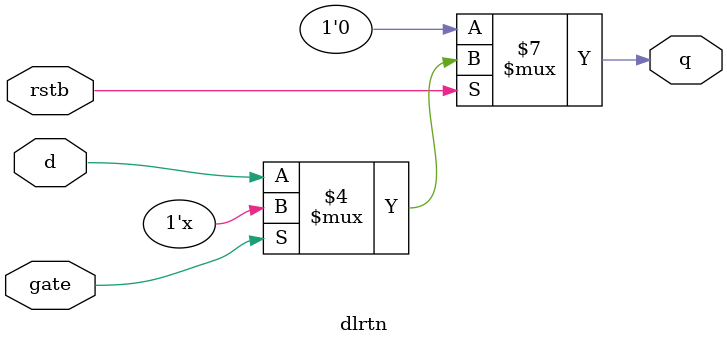
<source format=v>
`timescale 1ns/1ps
module dlrtn(
	input d,
	input gate,
	input rstb,
	output reg q);
	always@(rstb,d,gate)begin
		if(!rstb) q<=0;
		else if(!gate) q<=d;
	end
endmodule
/*
module tb_dlrtn;
reg d,clk,rstb;
wire q;

dlrtn dl(
	.d(d),
	.gate(clk),
	.rstb(rstb),
	.q(q));
parameter freq=256000;
real clk_half_pd=(1.0/(2*freq))*1e9;

initial begin
	clk=0;
	forever
		#(clk_half_pd) clk=~clk;
end

initial begin
	$dumpfile("dlrtn.vcd");
	$dumpvars;
end

initial begin
	rstb=0;
	d=1;
	repeat(5) @(posedge clk);
	#100 rstb=1;
	#600 rstb=0;
	$finish;
end
endmodule
*/
</source>
